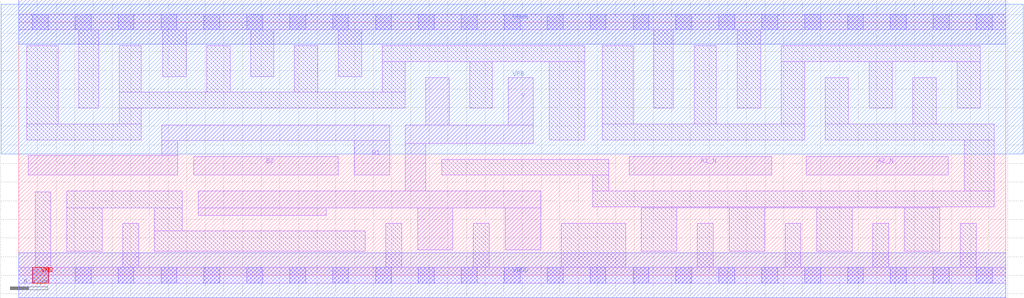
<source format=lef>
# Copyright 2020 The SkyWater PDK Authors
#
# Licensed under the Apache License, Version 2.0 (the "License");
# you may not use this file except in compliance with the License.
# You may obtain a copy of the License at
#
#     https://www.apache.org/licenses/LICENSE-2.0
#
# Unless required by applicable law or agreed to in writing, software
# distributed under the License is distributed on an "AS IS" BASIS,
# WITHOUT WARRANTIES OR CONDITIONS OF ANY KIND, either express or implied.
# See the License for the specific language governing permissions and
# limitations under the License.
#
# SPDX-License-Identifier: Apache-2.0

VERSION 5.7 ;
  NOWIREEXTENSIONATPIN ON ;
  DIVIDERCHAR "/" ;
  BUSBITCHARS "[]" ;
PROPERTYDEFINITIONS
  MACRO maskLayoutSubType STRING ;
  MACRO prCellType STRING ;
  MACRO originalViewName STRING ;
END PROPERTYDEFINITIONS
MACRO sky130_fd_sc_hdll__a2bb2oi_4
  CLASS CORE ;
  FOREIGN sky130_fd_sc_hdll__a2bb2oi_4 ;
  ORIGIN  0.000000  0.000000 ;
  SIZE  10.58000 BY  2.720000 ;
  SYMMETRY X Y R90 ;
  SITE unithd ;
  PIN A1_N
    ANTENNAGATEAREA  1.110000 ;
    DIRECTION INPUT ;
    USE SIGNAL ;
    PORT
      LAYER li1 ;
        RECT 6.545000 1.075000 8.070000 1.275000 ;
    END
  END A1_N
  PIN A2_N
    ANTENNAGATEAREA  1.110000 ;
    DIRECTION INPUT ;
    USE SIGNAL ;
    PORT
      LAYER li1 ;
        RECT 8.440000 1.075000 9.965000 1.275000 ;
    END
  END A2_N
  PIN B1
    ANTENNAGATEAREA  1.110000 ;
    DIRECTION INPUT ;
    USE SIGNAL ;
    PORT
      LAYER li1 ;
        RECT 0.100000 1.075000 1.705000 1.285000 ;
        RECT 1.535000 1.285000 1.705000 1.445000 ;
        RECT 1.535000 1.445000 3.975000 1.615000 ;
        RECT 3.595000 1.075000 3.975000 1.445000 ;
    END
  END B1
  PIN B2
    ANTENNAGATEAREA  1.110000 ;
    DIRECTION INPUT ;
    USE SIGNAL ;
    PORT
      LAYER li1 ;
        RECT 1.875000 1.075000 3.425000 1.275000 ;
    END
  END B2
  PIN VGND
    ANTENNADIFFAREA  2.067000 ;
    DIRECTION INOUT ;
    USE SIGNAL ;
    PORT
      LAYER met1 ;
        RECT 0.000000 -0.240000 10.580000 0.240000 ;
    END
  END VGND
  PIN VNB
    PORT
      LAYER pwell ;
        RECT 0.150000 -0.085000 0.320000 0.085000 ;
    END
  END VNB
  PIN VPB
    PORT
      LAYER nwell ;
        RECT -0.190000 1.305000 10.770000 2.910000 ;
    END
  END VPB
  PIN VPWR
    ANTENNADIFFAREA  1.740000 ;
    DIRECTION INOUT ;
    USE SIGNAL ;
    PORT
      LAYER met1 ;
        RECT 0.000000 2.480000 10.580000 2.960000 ;
    END
  END VPWR
  PIN Y
    ANTENNADIFFAREA  1.477000 ;
    DIRECTION OUTPUT ;
    USE SIGNAL ;
    PORT
      LAYER li1 ;
        RECT 1.925000 0.645000 3.295000 0.725000 ;
        RECT 1.925000 0.725000 5.595000 0.905000 ;
        RECT 4.145000 0.905000 4.365000 1.415000 ;
        RECT 4.145000 1.415000 5.515000 1.615000 ;
        RECT 4.275000 0.275000 4.655000 0.725000 ;
        RECT 4.365000 1.615000 4.615000 2.125000 ;
        RECT 5.215000 0.275000 5.595000 0.725000 ;
        RECT 5.245000 1.615000 5.515000 2.125000 ;
    END
  END Y
  OBS
    LAYER li1 ;
      RECT  0.000000 -0.085000 10.580000 0.085000 ;
      RECT  0.000000  2.635000 10.580000 2.805000 ;
      RECT  0.085000  1.455000  1.315000 1.625000 ;
      RECT  0.085000  1.625000  0.425000 2.465000 ;
      RECT  0.175000  0.085000  0.345000 0.895000 ;
      RECT  0.515000  0.255000  0.895000 0.725000 ;
      RECT  0.515000  0.725000  1.755000 0.905000 ;
      RECT  0.645000  1.795000  0.855000 2.635000 ;
      RECT  1.075000  1.625000  1.315000 1.795000 ;
      RECT  1.075000  1.795000  4.145000 1.965000 ;
      RECT  1.075000  1.965000  1.315000 2.465000 ;
      RECT  1.115000  0.085000  1.285000 0.555000 ;
      RECT  1.455000  0.255000  3.715000 0.475000 ;
      RECT  1.455000  0.475000  1.755000 0.725000 ;
      RECT  1.545000  2.135000  1.795000 2.635000 ;
      RECT  2.015000  1.965000  2.265000 2.465000 ;
      RECT  2.485000  2.135000  2.735000 2.635000 ;
      RECT  2.955000  1.965000  3.205000 2.465000 ;
      RECT  3.425000  2.135000  3.675000 2.635000 ;
      RECT  3.895000  1.965000  4.145000 2.295000 ;
      RECT  3.895000  2.295000  6.065000 2.465000 ;
      RECT  3.935000  0.085000  4.105000 0.555000 ;
      RECT  4.535000  1.075000  6.325000 1.245000 ;
      RECT  4.835000  1.795000  5.075000 2.295000 ;
      RECT  4.875000  0.085000  5.045000 0.555000 ;
      RECT  5.685000  1.455000  6.065000 2.295000 ;
      RECT  5.815000  0.085000  6.505000 0.555000 ;
      RECT  6.155000  0.735000 10.460000 0.905000 ;
      RECT  6.155000  0.905000  6.325000 1.075000 ;
      RECT  6.255000  1.455000  8.425000 1.625000 ;
      RECT  6.255000  1.625000  6.585000 2.465000 ;
      RECT  6.675000  0.255000  7.055000 0.725000 ;
      RECT  6.675000  0.725000  9.875000 0.735000 ;
      RECT  6.805000  1.795000  7.015000 2.635000 ;
      RECT  7.240000  1.625000  7.480000 2.465000 ;
      RECT  7.275000  0.085000  7.445000 0.555000 ;
      RECT  7.615000  0.255000  7.995000 0.725000 ;
      RECT  7.705000  1.795000  7.955000 2.635000 ;
      RECT  8.175000  1.625000  8.425000 2.295000 ;
      RECT  8.175000  2.295000 10.310000 2.465000 ;
      RECT  8.215000  0.085000  8.385000 0.555000 ;
      RECT  8.555000  0.255000  8.935000 0.725000 ;
      RECT  8.645000  1.455000 10.460000 1.625000 ;
      RECT  8.645000  1.625000  8.895000 2.125000 ;
      RECT  9.115000  1.795000  9.365000 2.295000 ;
      RECT  9.155000  0.085000  9.325000 0.555000 ;
      RECT  9.495000  0.255000  9.875000 0.725000 ;
      RECT  9.585000  1.625000  9.835000 2.125000 ;
      RECT 10.060000  1.795000 10.310000 2.295000 ;
      RECT 10.095000  0.085000 10.265000 0.555000 ;
      RECT 10.135000  0.905000 10.460000 1.455000 ;
    LAYER mcon ;
      RECT  0.145000 -0.085000  0.315000 0.085000 ;
      RECT  0.145000  2.635000  0.315000 2.805000 ;
      RECT  0.605000 -0.085000  0.775000 0.085000 ;
      RECT  0.605000  2.635000  0.775000 2.805000 ;
      RECT  1.065000 -0.085000  1.235000 0.085000 ;
      RECT  1.065000  2.635000  1.235000 2.805000 ;
      RECT  1.525000 -0.085000  1.695000 0.085000 ;
      RECT  1.525000  2.635000  1.695000 2.805000 ;
      RECT  1.985000 -0.085000  2.155000 0.085000 ;
      RECT  1.985000  2.635000  2.155000 2.805000 ;
      RECT  2.445000 -0.085000  2.615000 0.085000 ;
      RECT  2.445000  2.635000  2.615000 2.805000 ;
      RECT  2.905000 -0.085000  3.075000 0.085000 ;
      RECT  2.905000  2.635000  3.075000 2.805000 ;
      RECT  3.365000 -0.085000  3.535000 0.085000 ;
      RECT  3.365000  2.635000  3.535000 2.805000 ;
      RECT  3.825000 -0.085000  3.995000 0.085000 ;
      RECT  3.825000  2.635000  3.995000 2.805000 ;
      RECT  4.285000 -0.085000  4.455000 0.085000 ;
      RECT  4.285000  2.635000  4.455000 2.805000 ;
      RECT  4.745000 -0.085000  4.915000 0.085000 ;
      RECT  4.745000  2.635000  4.915000 2.805000 ;
      RECT  5.205000 -0.085000  5.375000 0.085000 ;
      RECT  5.205000  2.635000  5.375000 2.805000 ;
      RECT  5.665000 -0.085000  5.835000 0.085000 ;
      RECT  5.665000  2.635000  5.835000 2.805000 ;
      RECT  6.125000 -0.085000  6.295000 0.085000 ;
      RECT  6.125000  2.635000  6.295000 2.805000 ;
      RECT  6.585000 -0.085000  6.755000 0.085000 ;
      RECT  6.585000  2.635000  6.755000 2.805000 ;
      RECT  7.045000 -0.085000  7.215000 0.085000 ;
      RECT  7.045000  2.635000  7.215000 2.805000 ;
      RECT  7.505000 -0.085000  7.675000 0.085000 ;
      RECT  7.505000  2.635000  7.675000 2.805000 ;
      RECT  7.965000 -0.085000  8.135000 0.085000 ;
      RECT  7.965000  2.635000  8.135000 2.805000 ;
      RECT  8.425000 -0.085000  8.595000 0.085000 ;
      RECT  8.425000  2.635000  8.595000 2.805000 ;
      RECT  8.885000 -0.085000  9.055000 0.085000 ;
      RECT  8.885000  2.635000  9.055000 2.805000 ;
      RECT  9.345000 -0.085000  9.515000 0.085000 ;
      RECT  9.345000  2.635000  9.515000 2.805000 ;
      RECT  9.805000 -0.085000  9.975000 0.085000 ;
      RECT  9.805000  2.635000  9.975000 2.805000 ;
      RECT 10.265000 -0.085000 10.435000 0.085000 ;
      RECT 10.265000  2.635000 10.435000 2.805000 ;
  END
  PROPERTY maskLayoutSubType "abstract" ;
  PROPERTY prCellType "standard" ;
  PROPERTY originalViewName "layout" ;
END sky130_fd_sc_hdll__a2bb2oi_4
END LIBRARY

</source>
